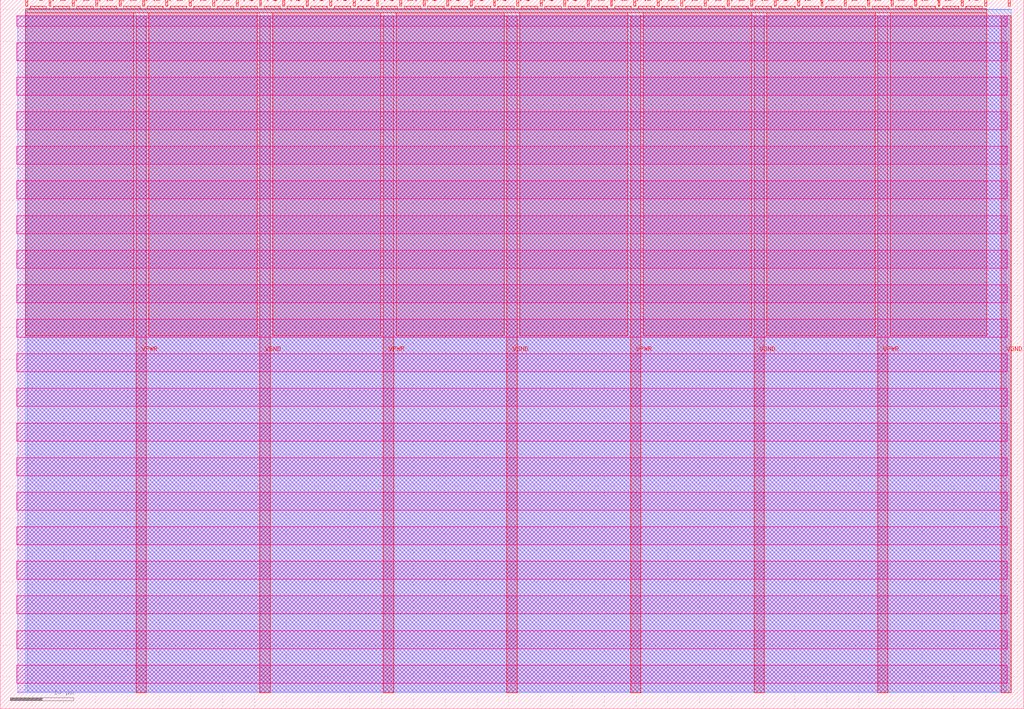
<source format=lef>
VERSION 5.7 ;
  NOWIREEXTENSIONATPIN ON ;
  DIVIDERCHAR "/" ;
  BUSBITCHARS "[]" ;
MACRO tt_um_dlmiles_muldiv8
  CLASS BLOCK ;
  FOREIGN tt_um_dlmiles_muldiv8 ;
  ORIGIN 0.000 0.000 ;
  SIZE 161.000 BY 111.520 ;
  PIN VGND
    DIRECTION INOUT ;
    USE GROUND ;
    PORT
      LAYER met4 ;
        RECT 40.830 2.480 42.430 109.040 ;
    END
    PORT
      LAYER met4 ;
        RECT 79.700 2.480 81.300 109.040 ;
    END
    PORT
      LAYER met4 ;
        RECT 118.570 2.480 120.170 109.040 ;
    END
    PORT
      LAYER met4 ;
        RECT 157.440 2.480 159.040 109.040 ;
    END
  END VGND
  PIN VPWR
    DIRECTION INOUT ;
    USE POWER ;
    PORT
      LAYER met4 ;
        RECT 21.395 2.480 22.995 109.040 ;
    END
    PORT
      LAYER met4 ;
        RECT 60.265 2.480 61.865 109.040 ;
    END
    PORT
      LAYER met4 ;
        RECT 99.135 2.480 100.735 109.040 ;
    END
    PORT
      LAYER met4 ;
        RECT 138.005 2.480 139.605 109.040 ;
    END
  END VPWR
  PIN clk
    DIRECTION INPUT ;
    USE SIGNAL ;
    ANTENNAGATEAREA 0.852000 ;
    PORT
      LAYER met4 ;
        RECT 154.870 110.520 155.170 111.520 ;
    END
  END clk
  PIN ena
    DIRECTION INPUT ;
    USE SIGNAL ;
    PORT
      LAYER met4 ;
        RECT 158.550 110.520 158.850 111.520 ;
    END
  END ena
  PIN rst_n
    DIRECTION INPUT ;
    USE SIGNAL ;
    ANTENNAGATEAREA 0.196500 ;
    PORT
      LAYER met4 ;
        RECT 151.190 110.520 151.490 111.520 ;
    END
  END rst_n
  PIN ui_in[0]
    DIRECTION INPUT ;
    USE SIGNAL ;
    ANTENNAGATEAREA 0.196500 ;
    PORT
      LAYER met4 ;
        RECT 147.510 110.520 147.810 111.520 ;
    END
  END ui_in[0]
  PIN ui_in[1]
    DIRECTION INPUT ;
    USE SIGNAL ;
    ANTENNAGATEAREA 0.196500 ;
    PORT
      LAYER met4 ;
        RECT 143.830 110.520 144.130 111.520 ;
    END
  END ui_in[1]
  PIN ui_in[2]
    DIRECTION INPUT ;
    USE SIGNAL ;
    ANTENNAGATEAREA 0.196500 ;
    PORT
      LAYER met4 ;
        RECT 140.150 110.520 140.450 111.520 ;
    END
  END ui_in[2]
  PIN ui_in[3]
    DIRECTION INPUT ;
    USE SIGNAL ;
    ANTENNAGATEAREA 0.196500 ;
    PORT
      LAYER met4 ;
        RECT 136.470 110.520 136.770 111.520 ;
    END
  END ui_in[3]
  PIN ui_in[4]
    DIRECTION INPUT ;
    USE SIGNAL ;
    ANTENNAGATEAREA 0.196500 ;
    PORT
      LAYER met4 ;
        RECT 132.790 110.520 133.090 111.520 ;
    END
  END ui_in[4]
  PIN ui_in[5]
    DIRECTION INPUT ;
    USE SIGNAL ;
    ANTENNAGATEAREA 0.196500 ;
    PORT
      LAYER met4 ;
        RECT 129.110 110.520 129.410 111.520 ;
    END
  END ui_in[5]
  PIN ui_in[6]
    DIRECTION INPUT ;
    USE SIGNAL ;
    ANTENNAGATEAREA 0.196500 ;
    PORT
      LAYER met4 ;
        RECT 125.430 110.520 125.730 111.520 ;
    END
  END ui_in[6]
  PIN ui_in[7]
    DIRECTION INPUT ;
    USE SIGNAL ;
    ANTENNAGATEAREA 0.196500 ;
    PORT
      LAYER met4 ;
        RECT 121.750 110.520 122.050 111.520 ;
    END
  END ui_in[7]
  PIN uio_in[0]
    DIRECTION INPUT ;
    USE SIGNAL ;
    ANTENNAGATEAREA 0.159000 ;
    PORT
      LAYER met4 ;
        RECT 118.070 110.520 118.370 111.520 ;
    END
  END uio_in[0]
  PIN uio_in[1]
    DIRECTION INPUT ;
    USE SIGNAL ;
    PORT
      LAYER met4 ;
        RECT 114.390 110.520 114.690 111.520 ;
    END
  END uio_in[1]
  PIN uio_in[2]
    DIRECTION INPUT ;
    USE SIGNAL ;
    PORT
      LAYER met4 ;
        RECT 110.710 110.520 111.010 111.520 ;
    END
  END uio_in[2]
  PIN uio_in[3]
    DIRECTION INPUT ;
    USE SIGNAL ;
    ANTENNAGATEAREA 0.247500 ;
    PORT
      LAYER met4 ;
        RECT 107.030 110.520 107.330 111.520 ;
    END
  END uio_in[3]
  PIN uio_in[4]
    DIRECTION INPUT ;
    USE SIGNAL ;
    PORT
      LAYER met4 ;
        RECT 103.350 110.520 103.650 111.520 ;
    END
  END uio_in[4]
  PIN uio_in[5]
    DIRECTION INPUT ;
    USE SIGNAL ;
    PORT
      LAYER met4 ;
        RECT 99.670 110.520 99.970 111.520 ;
    END
  END uio_in[5]
  PIN uio_in[6]
    DIRECTION INPUT ;
    USE SIGNAL ;
    ANTENNAGATEAREA 0.990000 ;
    PORT
      LAYER met4 ;
        RECT 95.990 110.520 96.290 111.520 ;
    END
  END uio_in[6]
  PIN uio_in[7]
    DIRECTION INPUT ;
    USE SIGNAL ;
    ANTENNAGATEAREA 0.196500 ;
    PORT
      LAYER met4 ;
        RECT 92.310 110.520 92.610 111.520 ;
    END
  END uio_in[7]
  PIN uio_oe[0]
    DIRECTION OUTPUT TRISTATE ;
    USE SIGNAL ;
    PORT
      LAYER met4 ;
        RECT 29.750 110.520 30.050 111.520 ;
    END
  END uio_oe[0]
  PIN uio_oe[1]
    DIRECTION OUTPUT TRISTATE ;
    USE SIGNAL ;
    PORT
      LAYER met4 ;
        RECT 26.070 110.520 26.370 111.520 ;
    END
  END uio_oe[1]
  PIN uio_oe[2]
    DIRECTION OUTPUT TRISTATE ;
    USE SIGNAL ;
    PORT
      LAYER met4 ;
        RECT 22.390 110.520 22.690 111.520 ;
    END
  END uio_oe[2]
  PIN uio_oe[3]
    DIRECTION OUTPUT TRISTATE ;
    USE SIGNAL ;
    PORT
      LAYER met4 ;
        RECT 18.710 110.520 19.010 111.520 ;
    END
  END uio_oe[3]
  PIN uio_oe[4]
    DIRECTION OUTPUT TRISTATE ;
    USE SIGNAL ;
    PORT
      LAYER met4 ;
        RECT 15.030 110.520 15.330 111.520 ;
    END
  END uio_oe[4]
  PIN uio_oe[5]
    DIRECTION OUTPUT TRISTATE ;
    USE SIGNAL ;
    PORT
      LAYER met4 ;
        RECT 11.350 110.520 11.650 111.520 ;
    END
  END uio_oe[5]
  PIN uio_oe[6]
    DIRECTION OUTPUT TRISTATE ;
    USE SIGNAL ;
    PORT
      LAYER met4 ;
        RECT 7.670 110.520 7.970 111.520 ;
    END
  END uio_oe[6]
  PIN uio_oe[7]
    DIRECTION OUTPUT TRISTATE ;
    USE SIGNAL ;
    PORT
      LAYER met4 ;
        RECT 3.990 110.520 4.290 111.520 ;
    END
  END uio_oe[7]
  PIN uio_out[0]
    DIRECTION OUTPUT TRISTATE ;
    USE SIGNAL ;
    PORT
      LAYER met4 ;
        RECT 59.190 110.520 59.490 111.520 ;
    END
  END uio_out[0]
  PIN uio_out[1]
    DIRECTION OUTPUT TRISTATE ;
    USE SIGNAL ;
    PORT
      LAYER met4 ;
        RECT 55.510 110.520 55.810 111.520 ;
    END
  END uio_out[1]
  PIN uio_out[2]
    DIRECTION OUTPUT TRISTATE ;
    USE SIGNAL ;
    PORT
      LAYER met4 ;
        RECT 51.830 110.520 52.130 111.520 ;
    END
  END uio_out[2]
  PIN uio_out[3]
    DIRECTION OUTPUT TRISTATE ;
    USE SIGNAL ;
    PORT
      LAYER met4 ;
        RECT 48.150 110.520 48.450 111.520 ;
    END
  END uio_out[3]
  PIN uio_out[4]
    DIRECTION OUTPUT TRISTATE ;
    USE SIGNAL ;
    ANTENNADIFFAREA 0.445500 ;
    PORT
      LAYER met4 ;
        RECT 44.470 110.520 44.770 111.520 ;
    END
  END uio_out[4]
  PIN uio_out[5]
    DIRECTION OUTPUT TRISTATE ;
    USE SIGNAL ;
    ANTENNADIFFAREA 0.445500 ;
    PORT
      LAYER met4 ;
        RECT 40.790 110.520 41.090 111.520 ;
    END
  END uio_out[5]
  PIN uio_out[6]
    DIRECTION OUTPUT TRISTATE ;
    USE SIGNAL ;
    PORT
      LAYER met4 ;
        RECT 37.110 110.520 37.410 111.520 ;
    END
  END uio_out[6]
  PIN uio_out[7]
    DIRECTION OUTPUT TRISTATE ;
    USE SIGNAL ;
    PORT
      LAYER met4 ;
        RECT 33.430 110.520 33.730 111.520 ;
    END
  END uio_out[7]
  PIN uo_out[0]
    DIRECTION OUTPUT TRISTATE ;
    USE SIGNAL ;
    ANTENNADIFFAREA 0.891000 ;
    PORT
      LAYER met4 ;
        RECT 88.630 110.520 88.930 111.520 ;
    END
  END uo_out[0]
  PIN uo_out[1]
    DIRECTION OUTPUT TRISTATE ;
    USE SIGNAL ;
    ANTENNADIFFAREA 0.891000 ;
    PORT
      LAYER met4 ;
        RECT 84.950 110.520 85.250 111.520 ;
    END
  END uo_out[1]
  PIN uo_out[2]
    DIRECTION OUTPUT TRISTATE ;
    USE SIGNAL ;
    ANTENNADIFFAREA 0.891000 ;
    PORT
      LAYER met4 ;
        RECT 81.270 110.520 81.570 111.520 ;
    END
  END uo_out[2]
  PIN uo_out[3]
    DIRECTION OUTPUT TRISTATE ;
    USE SIGNAL ;
    ANTENNADIFFAREA 0.891000 ;
    PORT
      LAYER met4 ;
        RECT 77.590 110.520 77.890 111.520 ;
    END
  END uo_out[3]
  PIN uo_out[4]
    DIRECTION OUTPUT TRISTATE ;
    USE SIGNAL ;
    ANTENNADIFFAREA 0.891000 ;
    PORT
      LAYER met4 ;
        RECT 73.910 110.520 74.210 111.520 ;
    END
  END uo_out[4]
  PIN uo_out[5]
    DIRECTION OUTPUT TRISTATE ;
    USE SIGNAL ;
    ANTENNADIFFAREA 0.891000 ;
    PORT
      LAYER met4 ;
        RECT 70.230 110.520 70.530 111.520 ;
    END
  END uo_out[5]
  PIN uo_out[6]
    DIRECTION OUTPUT TRISTATE ;
    USE SIGNAL ;
    ANTENNADIFFAREA 0.891000 ;
    PORT
      LAYER met4 ;
        RECT 66.550 110.520 66.850 111.520 ;
    END
  END uo_out[6]
  PIN uo_out[7]
    DIRECTION OUTPUT TRISTATE ;
    USE SIGNAL ;
    ANTENNADIFFAREA 0.891000 ;
    PORT
      LAYER met4 ;
        RECT 62.870 110.520 63.170 111.520 ;
    END
  END uo_out[7]
  OBS
      LAYER nwell ;
        RECT 2.570 107.385 158.430 108.990 ;
        RECT 2.570 101.945 158.430 104.775 ;
        RECT 2.570 96.505 158.430 99.335 ;
        RECT 2.570 91.065 158.430 93.895 ;
        RECT 2.570 85.625 158.430 88.455 ;
        RECT 2.570 80.185 158.430 83.015 ;
        RECT 2.570 74.745 158.430 77.575 ;
        RECT 2.570 69.305 158.430 72.135 ;
        RECT 2.570 63.865 158.430 66.695 ;
        RECT 2.570 58.425 158.430 61.255 ;
        RECT 2.570 52.985 158.430 55.815 ;
        RECT 2.570 47.545 158.430 50.375 ;
        RECT 2.570 42.105 158.430 44.935 ;
        RECT 2.570 36.665 158.430 39.495 ;
        RECT 2.570 31.225 158.430 34.055 ;
        RECT 2.570 25.785 158.430 28.615 ;
        RECT 2.570 20.345 158.430 23.175 ;
        RECT 2.570 14.905 158.430 17.735 ;
        RECT 2.570 9.465 158.430 12.295 ;
        RECT 2.570 4.025 158.430 6.855 ;
      LAYER li1 ;
        RECT 2.760 2.635 158.240 108.885 ;
      LAYER met1 ;
        RECT 2.760 2.480 159.040 109.040 ;
      LAYER met2 ;
        RECT 4.230 2.535 159.010 110.005 ;
      LAYER met3 ;
        RECT 3.950 2.555 159.030 109.985 ;
      LAYER met4 ;
        RECT 4.690 110.120 7.270 110.520 ;
        RECT 8.370 110.120 10.950 110.520 ;
        RECT 12.050 110.120 14.630 110.520 ;
        RECT 15.730 110.120 18.310 110.520 ;
        RECT 19.410 110.120 21.990 110.520 ;
        RECT 23.090 110.120 25.670 110.520 ;
        RECT 26.770 110.120 29.350 110.520 ;
        RECT 30.450 110.120 33.030 110.520 ;
        RECT 34.130 110.120 36.710 110.520 ;
        RECT 37.810 110.120 40.390 110.520 ;
        RECT 41.490 110.120 44.070 110.520 ;
        RECT 45.170 110.120 47.750 110.520 ;
        RECT 48.850 110.120 51.430 110.520 ;
        RECT 52.530 110.120 55.110 110.520 ;
        RECT 56.210 110.120 58.790 110.520 ;
        RECT 59.890 110.120 62.470 110.520 ;
        RECT 63.570 110.120 66.150 110.520 ;
        RECT 67.250 110.120 69.830 110.520 ;
        RECT 70.930 110.120 73.510 110.520 ;
        RECT 74.610 110.120 77.190 110.520 ;
        RECT 78.290 110.120 80.870 110.520 ;
        RECT 81.970 110.120 84.550 110.520 ;
        RECT 85.650 110.120 88.230 110.520 ;
        RECT 89.330 110.120 91.910 110.520 ;
        RECT 93.010 110.120 95.590 110.520 ;
        RECT 96.690 110.120 99.270 110.520 ;
        RECT 100.370 110.120 102.950 110.520 ;
        RECT 104.050 110.120 106.630 110.520 ;
        RECT 107.730 110.120 110.310 110.520 ;
        RECT 111.410 110.120 113.990 110.520 ;
        RECT 115.090 110.120 117.670 110.520 ;
        RECT 118.770 110.120 121.350 110.520 ;
        RECT 122.450 110.120 125.030 110.520 ;
        RECT 126.130 110.120 128.710 110.520 ;
        RECT 129.810 110.120 132.390 110.520 ;
        RECT 133.490 110.120 136.070 110.520 ;
        RECT 137.170 110.120 139.750 110.520 ;
        RECT 140.850 110.120 143.430 110.520 ;
        RECT 144.530 110.120 147.110 110.520 ;
        RECT 148.210 110.120 150.790 110.520 ;
        RECT 151.890 110.120 154.470 110.520 ;
        RECT 3.975 109.440 155.185 110.120 ;
        RECT 3.975 58.655 20.995 109.440 ;
        RECT 23.395 58.655 40.430 109.440 ;
        RECT 42.830 58.655 59.865 109.440 ;
        RECT 62.265 58.655 79.300 109.440 ;
        RECT 81.700 58.655 98.735 109.440 ;
        RECT 101.135 58.655 118.170 109.440 ;
        RECT 120.570 58.655 137.605 109.440 ;
        RECT 140.005 58.655 155.185 109.440 ;
  END
END tt_um_dlmiles_muldiv8
END LIBRARY


</source>
